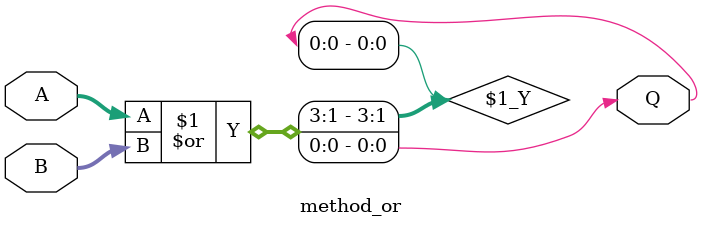
<source format=sv>
module method_or#(parameter N=4)(A,B,Q);
	
	input logic [N-1:0] A;
	input logic [N-1:0] B;
	output logic Q;
	
	assign Q = A | B;
	
endmodule

</source>
